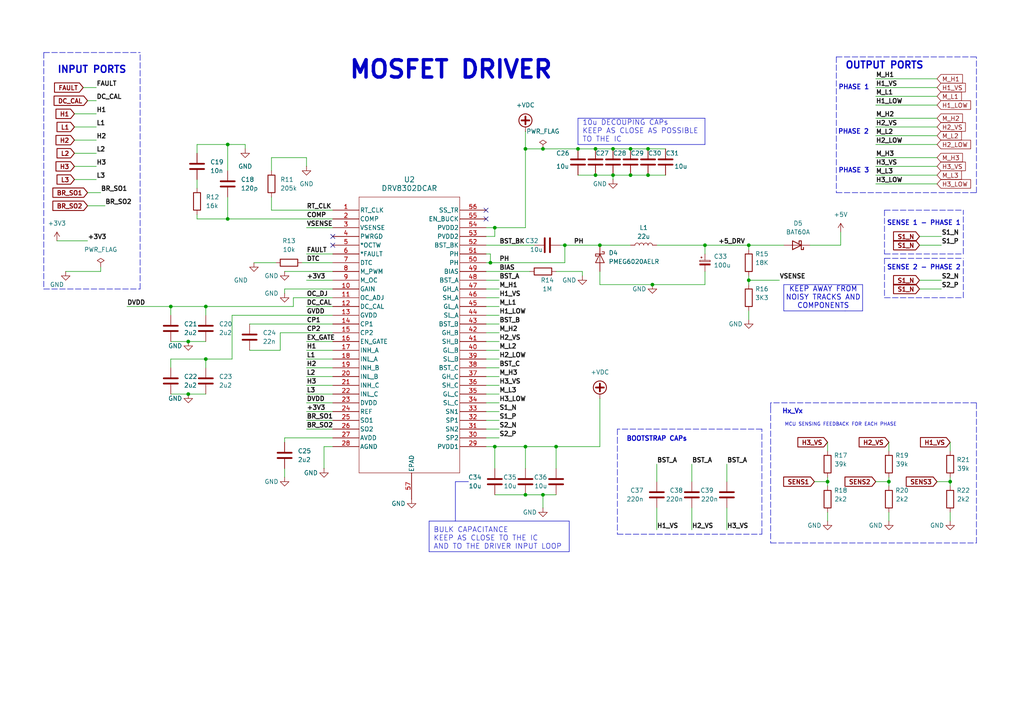
<source format=kicad_sch>
(kicad_sch (version 20231120) (generator "eeschema") (generator_version "8.0")
  (paper "A4")
  (title_block (title "MOSFET DRIVER") (date "2025-01-30") (company "coVenture"))
  (lib_symbols
    (symbol "DRV8302:DRV8302DCAR" (pin_names (offset 0.254))
      (property "Reference" "U" (at 23.114 9.144 0))
      (property "Value" "DRV8302DCAR" (at 23.368 5.842 0))
      (symbol "DRV8302DCAR_0_1"
        (polyline (pts (xy 7.62 -76.2) (xy 36.83 -76.2)) (stroke (width 0.127)))
        (polyline (pts (xy 7.62 3.81) (xy 7.62 -76.2)) (stroke (width 0.127)))
        (polyline (pts (xy 36.83 -76.2) (xy 36.83 3.81)) (stroke (width 0.127)))
        (polyline (pts (xy 36.83 3.81) (xy 7.62 3.81)) (stroke (width 0.127)))
        (pin input line (at 0 0 0) (length 7.62) (name "RT_CLK") (number "1"))
        (pin output line (at 0 -22.86 0) (length 7.62) (name "GAIN") (number "10"))
        (pin input line (at 0 -25.4 0) (length 7.62) (name "OC_ADJ") (number "11"))
        (pin input line (at 0 -27.94 0) (length 7.62) (name "DC_CAL") (number "12"))
        (pin power_in line (at 0 -30.48 0) (length 7.62) (name "GVDD") (number "13"))
        (pin power_in line (at 0 -33.02 0) (length 7.62) (name "CP1") (number "14"))
        (pin power_in line (at 0 -35.56 0) (length 7.62) (name "CP2") (number "15"))
        (pin input line (at 0 -38.1 0) (length 7.62) (name "EN_GATE") (number "16"))
        (pin input line (at 0 -40.64 0) (length 7.62) (name "INH_A") (number "17"))
        (pin input line (at 0 -43.18 0) (length 7.62) (name "INL_A") (number "18"))
        (pin input line (at 0 -45.72 0) (length 7.62) (name "INH_B") (number "19"))
        (pin output line (at 0 -2.54 0) (length 7.62) (name "COMP") (number "2"))
        (pin input line (at 0 -48.26 0) (length 7.62) (name "INL_B") (number "20"))
        (pin input line (at 0 -50.8 0) (length 7.62) (name "INH_C") (number "21"))
        (pin input line (at 0 -53.34 0) (length 7.62) (name "INL_C") (number "22"))
        (pin power_in line (at 0 -55.88 0) (length 7.62) (name "DVDD") (number "23"))
        (pin input line (at 0 -58.42 0) (length 7.62) (name "REF") (number "24"))
        (pin output line (at 0 -60.96 0) (length 7.62) (name "SO1") (number "25"))
        (pin output line (at 0 -63.5 0) (length 7.62) (name "SO2") (number "26"))
        (pin power_in line (at 0 -66.04 0) (length 7.62) (name "AVDD") (number "27"))
        (pin power_in line (at 0 -68.58 0) (length 7.62) (name "AGND") (number "28"))
        (pin power_in line (at 44.45 -68.58 180) (length 7.62) (name "PVDD1") (number "29"))
        (pin input line (at 0 -5.08 0) (length 7.62) (name "VSENSE") (number "3"))
        (pin input line (at 44.45 -66.04 180) (length 7.62) (name "SP2") (number "30"))
        (pin input line (at 44.45 -63.5 180) (length 7.62) (name "SN2") (number "31"))
        (pin input line (at 44.45 -60.96 180) (length 7.62) (name "SP1") (number "32"))
        (pin input line (at 44.45 -58.42 180) (length 7.62) (name "SN1") (number "33"))
        (pin input line (at 44.45 -55.88 180) (length 7.62) (name "SL_C") (number "34"))
        (pin output line (at 44.45 -53.34 180) (length 7.62) (name "GL_C") (number "35"))
        (pin input line (at 44.45 -50.8 180) (length 7.62) (name "SH_C") (number "36"))
        (pin output line (at 44.45 -48.26 180) (length 7.62) (name "GH_C") (number "37"))
        (pin power_in line (at 44.45 -45.72 180) (length 7.62) (name "BST_C") (number "38"))
        (pin input line (at 44.45 -43.18 180) (length 7.62) (name "SL_B") (number "39"))
        (pin input line (at 0 -7.62 0) (length 7.62) (name "PWRGD") (number "4"))
        (pin output line (at 44.45 -40.64 180) (length 7.62) (name "GL_B") (number "40"))
        (pin input line (at 44.45 -38.1 180) (length 7.62) (name "SH_B") (number "41"))
        (pin output line (at 44.45 -35.56 180) (length 7.62) (name "GH_B") (number "42"))
        (pin power_in line (at 44.45 -33.02 180) (length 7.62) (name "BST_B") (number "43"))
        (pin input line (at 44.45 -30.48 180) (length 7.62) (name "SL_A") (number "44"))
        (pin output line (at 44.45 -27.94 180) (length 7.62) (name "GL_A") (number "45"))
        (pin input line (at 44.45 -25.4 180) (length 7.62) (name "SH_A") (number "46"))
        (pin output line (at 44.45 -22.86 180) (length 7.62) (name "GH_A") (number "47"))
        (pin power_in line (at 44.45 -20.32 180) (length 7.62) (name "BST_A") (number "48"))
        (pin input line (at 44.45 -17.78 180) (length 7.62) (name "BIAS") (number "49"))
        (pin output line (at 0 -10.16 0) (length 7.62) (name "*OCTW") (number "5"))
        (pin output line (at 44.45 -15.24 180) (length 7.62) (name "PH") (number "50"))
        (pin output line (at 44.45 -12.7 180) (length 7.62) (name "PH") (number "51"))
        (pin power_in line (at 44.45 -10.16 180) (length 7.62) (name "BST_BK") (number "52"))
        (pin power_in line (at 44.45 -7.62 180) (length 7.62) (name "PVDD2") (number "53"))
        (pin power_in line (at 44.45 -5.08 180) (length 7.62) (name "PVDD2") (number "54"))
        (pin input line (at 44.45 -2.54 180) (length 7.62) (name "EN_BUCK") (number "55"))
        (pin input line (at 44.45 0 180) (length 7.62) (name "SS_TR") (number "56"))
        (pin unspecified line (at 22.86 -83.82 90) (length 7.62) (name "EPAD") (number "57"))
        (pin output line (at 0 -12.7 0) (length 7.62) (name "*FAULT") (number "6"))
        (pin input line (at 0 -15.24 0) (length 7.62) (name "DTC") (number "7"))
        (pin input line (at 0 -17.78 0) (length 7.62) (name "M_PWM") (number "8"))
        (pin input line (at 0 -20.32 0) (length 7.62) (name "M_OC") (number "9"))
      )
    )
    (symbol "Device:C" (pin_numbers hide) (pin_names (offset 0.254))
      (property "Reference" "C" (at 0.635 2.54 0))
      (property "Value" "C" (at 0.635 -2.54 0))
      (symbol "C_0_1"
        (polyline (pts (xy -2.032 -0.762) (xy 2.032 -0.762)) (stroke (width 0.508)))
        (polyline (pts (xy -2.032 0.762) (xy 2.032 0.762)) (stroke (width 0.508)))
      )
      (symbol "C_1_1"
        (pin passive line (at 0 3.81 270) (length 2.794) (name "~") (number "1"))
        (pin passive line (at 0 -3.81 90) (length 2.794) (name "~") (number "2"))
      )
    )
    (symbol "Device:C_Polarized_Small" (pin_numbers hide) (pin_names (offset 0.254) hide)
      (property "Reference" "C" (at 0.254 1.778 0))
      (property "Value" "C_Polarized_Small" (at 0.254 -2.032 0))
      (symbol "C_Polarized_Small_0_1"
        (rectangle (start -1.524 -0.3048) (end 1.524 -0.6858) (fill (type outline)))
        (rectangle (start -1.524 0.6858) (end 1.524 0.3048))
        (polyline (pts (xy -1.27 1.524) (xy -0.762 1.524)))
        (polyline (pts (xy -1.016 1.27) (xy -1.016 1.778)))
      )
      (symbol "C_Polarized_Small_1_1"
        (pin passive line (at 0 2.54 270) (length 1.8542) (name "~") (number "1"))
        (pin passive line (at 0 -2.54 90) (length 1.8542) (name "~") (number "2"))
      )
    )
    (symbol "Device:L" (pin_numbers hide) (pin_names (offset 1.016) hide)
      (property "Reference" "L" (at -1.27 0 90))
      (property "Value" "L" (at 1.905 0 90))
      (symbol "L_0_1"
        (arc (start 0 -2.54) (mid 0.6323 -1.905) (end 0 -1.27))
        (arc (start 0 -1.27) (mid 0.6323 -0.635) (end 0 0))
        (arc (start 0 0) (mid 0.6323 0.635) (end 0 1.27))
        (arc (start 0 1.27) (mid 0.6323 1.905) (end 0 2.54))
      )
      (symbol "L_1_1"
        (pin passive line (at 0 3.81 270) (length 1.27) (name "1") (number "1"))
        (pin passive line (at 0 -3.81 90) (length 1.27) (name "2") (number "2"))
      )
    )
    (symbol "Device:R" (pin_numbers hide) (pin_names (offset 0))
      (property "Reference" "R" (at 2.032 0 90))
      (property "Value" "R" (at 0 0 90))
      (symbol "R_0_1"
        (rectangle (start -1.016 -2.54) (end 1.016 2.54) (stroke (width 0.254)))
      )
      (symbol "R_1_1"
        (pin passive line (at 0 3.81 270) (length 1.27) (name "~") (number "1"))
        (pin passive line (at 0 -3.81 90) (length 1.27) (name "~") (number "2"))
      )
    )
    (symbol "Diode:BAT60A" (pin_numbers hide) (pin_names (offset 1.016) hide)
      (property "Reference" "D" (at 0 2.54 0))
      (property "Value" "BAT60A" (at 0 -2.54 0))
      (symbol "BAT60A_0_1"
        (polyline (pts (xy 1.27 0) (xy -1.27 0)))
        (polyline (pts (xy 1.27 1.27) (xy 1.27 -1.27) (xy -1.27 0) (xy 1.27 1.27)) (stroke (width 0.254)))
        (polyline (pts (xy -1.905 0.635) (xy -1.905 1.27) (xy -1.27 1.27) (xy -1.27 -1.27) (xy -0.635 -1.27) (xy -0.635 -0.635)) (stroke (width 0.254)))
      )
      (symbol "BAT60A_1_1"
        (pin passive line (at -3.81 0 0) (length 2.54) (name "K") (number "1"))
        (pin passive line (at 3.81 0 180) (length 2.54) (name "A") (number "2"))
      )
    )
    (symbol "Diode:PMEG6020AELR" (pin_numbers hide) (pin_names hide)
      (property "Reference" "D" (at 0 2.54 0))
      (property "Value" "PMEG6020AELR" (at 0 -2.54 0))
      (symbol "PMEG6020AELR_0_1"
        (polyline (pts (xy 1.27 0) (xy -1.27 0)))
        (polyline (pts (xy 1.27 1.27) (xy 1.27 -1.27) (xy -1.27 0) (xy 1.27 1.27)) (stroke (width 0.2032)))
        (polyline (pts (xy -1.905 0.635) (xy -1.905 1.27) (xy -1.27 1.27) (xy -1.27 -1.27) (xy -0.635 -1.27) (xy -0.635 -0.635)) (stroke (width 0.2032)))
      )
      (symbol "PMEG6020AELR_1_1"
        (pin passive line (at -3.81 0 0) (length 2.54) (name "K") (number "1"))
        (pin passive line (at 3.81 0 180) (length 2.54) (name "A") (number "2"))
      )
    )
    (symbol "power:+3V3" (power) (pin_numbers hide) (pin_names (offset 0) hide)
      (property "Value" "+3V3" (at 0 3.556 0))
      (symbol "+3V3_0_1"
        (polyline (pts (xy -0.762 1.27) (xy 0 2.54)))
        (polyline (pts (xy 0 0) (xy 0 2.54)))
        (polyline (pts (xy 0 2.54) (xy 0.762 1.27)))
      )
      (symbol "+3V3_1_1"
        (pin power_in line (at 0 0 90) (length 0) (name "~") (number "1"))
      )
    )
    (symbol "power:+5V" (power) (pin_numbers hide) (pin_names (offset 0) hide)
      (property "Value" "+5V" (at 0 3.556 0))
      (symbol "+5V_0_1"
        (polyline (pts (xy -0.762 1.27) (xy 0 2.54)))
        (polyline (pts (xy 0 0) (xy 0 2.54)))
        (polyline (pts (xy 0 2.54) (xy 0.762 1.27)))
      )
      (symbol "+5V_1_1"
        (pin power_in line (at 0 0 90) (length 0) (name "~") (number "1"))
      )
    )
    (symbol "power:+VDC" (power) (pin_numbers hide) (pin_names (offset 0) hide)
      (property "Value" "+VDC" (at 0 6.35 0))
      (symbol "+VDC_0_1"
        (polyline (pts (xy -1.143 3.175) (xy 1.143 3.175)) (stroke (width 0.508)))
        (polyline (pts (xy 0 0) (xy 0 1.27)))
        (polyline (pts (xy 0 2.032) (xy 0 4.318)) (stroke (width 0.508)))
        (circle (center 0 3.175) (radius 1.905) (stroke (width 0.254)))
      )
      (symbol "+VDC_1_1"
        (pin power_in line (at 0 0 90) (length 0) (name "~") (number "1"))
      )
    )
    (symbol "power:GND" (power) (pin_numbers hide) (pin_names (offset 0) hide)
      (property "Value" "GND" (at 0 -3.81 0))
      (symbol "GND_0_1"
        (polyline (pts (xy 0 0) (xy 0 -1.27) (xy 1.27 -1.27) (xy 0 -2.54) (xy -1.27 -1.27) (xy 0 -1.27)))
      )
      (symbol "GND_1_1"
        (pin power_in line (at 0 0 270) (length 0) (name "~") (number "1"))
      )
    )
    (symbol "power:PWR_FLAG" (power) (pin_numbers hide) (pin_names (offset 0) hide)
      (property "Value" "PWR_FLAG" (at 0 3.81 0))
      (symbol "PWR_FLAG_0_0"
        (pin power_out line (at 0 0 90) (length 0) (name "~") (number "1"))
      )
      (symbol "PWR_FLAG_0_1"
        (polyline (pts (xy 0 0) (xy 0 1.27) (xy -1.016 1.905) (xy 0 2.54) (xy 1.016 1.905) (xy 0 1.27)))
      )
    )
  )
  (junction (at 204.47 71.12))
  (junction (at 187.96 43.18))
  (junction (at 217.17 81.28))
  (junction (at 152.4 143.51))
  (junction (at 66.04 63.5))
  (junction (at 157.48 43.18))
  (junction (at 161.29 129.54))
  (junction (at 142.24 76.2))
  (junction (at 189.23 82.55))
  (junction (at 187.96 50.8))
  (junction (at 54.61 99.06))
  (junction (at 143.51 129.54))
  (junction (at 157.48 143.51))
  (junction (at 177.8 43.18))
  (junction (at 59.69 88.9))
  (junction (at 182.88 43.18))
  (junction (at 172.72 50.8))
  (junction (at 217.17 71.12))
  (junction (at 167.64 43.18))
  (junction (at 59.69 104.14))
  (junction (at 152.4 129.54))
  (junction (at 152.4 43.18))
  (junction (at 275.59 139.7))
  (junction (at 257.81 139.7))
  (junction (at 182.88 50.8))
  (junction (at 173.99 71.12))
  (junction (at 54.61 114.3))
  (junction (at 163.83 71.12))
  (junction (at 177.8 50.8))
  (junction (at 143.51 66.04))
  (junction (at 66.04 41.91))
  (junction (at 49.53 88.9))
  (junction (at 172.72 43.18))
  (junction (at 240.03 139.7))
  (no_connect (at 96.52 68.58))
  (no_connect (at 96.52 71.12))
  (no_connect (at 140.97 60.96))
  (no_connect (at 140.97 63.5))
  (wire (pts (xy 140.97 81.28) (xy 144.78 81.28)))
  (wire (pts (xy 254 22.86) (xy 271.78 22.86)))
  (wire (pts (xy 96.52 91.44) (xy 67.31 91.44)))
  (wire (pts (xy 217.17 71.12) (xy 204.47 71.12)))
  (wire (pts (xy 88.9 124.46) (xy 96.52 124.46)))
  (wire (pts (xy 82.55 128.27) (xy 82.55 127)))
  (polyline (pts (xy 279.4 73.66) (xy 279.4 60.96)) (stroke (width 0) (type dash)))
  (wire (pts (xy 240.03 139.7) (xy 240.03 140.97)))
  (wire (pts (xy 254 34.29) (xy 271.78 34.29)))
  (polyline (pts (xy 245.11 90.17) (xy 250.19 90.17)))
  (wire (pts (xy 88.9 66.04) (xy 96.52 66.04)))
  (wire (pts (xy 157.48 143.51) (xy 161.29 143.51)))
  (wire (pts (xy 81.28 101.6) (xy 81.28 96.52)))
  (wire (pts (xy 21.59 40.64) (xy 27.94 40.64)))
  (wire (pts (xy 243.84 71.12) (xy 234.95 71.12)))
  (polyline (pts (xy 242.57 16.51) (xy 242.57 55.88)) (stroke (width 0) (type dash)))
  (polyline (pts (xy 132.08 139.7) (xy 135.89 139.7)))
  (wire (pts (xy 19.05 78.74) (xy 29.21 78.74)))
  (wire (pts (xy 162.56 71.12) (xy 163.83 71.12)))
  (wire (pts (xy 82.55 83.82) (xy 96.52 83.82)))
  (wire (pts (xy 71.12 43.18) (xy 71.12 41.91)))
  (wire (pts (xy 16.51 69.85) (xy 25.4 69.85)))
  (wire (pts (xy 163.83 71.12) (xy 173.99 71.12)))
  (wire (pts (xy 142.24 76.2) (xy 142.24 73.66)))
  (wire (pts (xy 66.04 57.15) (xy 66.04 63.5)))
  (wire (pts (xy 143.51 143.51) (xy 152.4 143.51)))
  (wire (pts (xy 266.7 83.82) (xy 273.05 83.82)))
  (wire (pts (xy 85.09 86.36) (xy 85.09 88.9)))
  (wire (pts (xy 275.59 139.7) (xy 275.59 140.97)))
  (polyline (pts (xy 256.54 74.93) (xy 279.4 74.93)) (stroke (width 0) (type dash)))
  (polyline (pts (xy 283.21 55.88) (xy 283.21 16.51)) (stroke (width 0) (type dash)))
  (polyline (pts (xy 245.11 90.17) (xy 227.33 90.17)))
  (wire (pts (xy 140.97 129.54) (xy 143.51 129.54)))
  (wire (pts (xy 172.72 50.8) (xy 177.8 50.8)))
  (wire (pts (xy 266.7 71.12) (xy 273.05 71.12)))
  (wire (pts (xy 177.8 50.8) (xy 182.88 50.8)))
  (wire (pts (xy 142.24 76.2) (xy 140.97 76.2)))
  (wire (pts (xy 157.48 143.51) (xy 157.48 147.32)))
  (wire (pts (xy 217.17 90.17) (xy 217.17 92.71)))
  (wire (pts (xy 88.9 104.14) (xy 96.52 104.14)))
  (wire (pts (xy 275.59 128.27) (xy 275.59 130.81)))
  (wire (pts (xy 182.88 50.8) (xy 187.96 50.8)))
  (wire (pts (xy 152.4 43.18) (xy 157.48 43.18)))
  (polyline (pts (xy 124.46 160.02) (xy 165.1 160.02)))
  (wire (pts (xy 140.97 116.84) (xy 144.78 116.84)))
  (polyline (pts (xy 179.07 127) (xy 179.07 154.94)) (stroke (width 0) (type dash)))
  (wire (pts (xy 167.64 43.18) (xy 172.72 43.18)))
  (wire (pts (xy 190.5 147.32) (xy 190.5 153.67)))
  (wire (pts (xy 140.97 106.68) (xy 144.78 106.68)))
  (wire (pts (xy 93.98 135.89) (xy 93.98 129.54)))
  (wire (pts (xy 49.53 114.3) (xy 54.61 114.3)))
  (wire (pts (xy 49.53 99.06) (xy 54.61 99.06)))
  (wire (pts (xy 152.4 43.18) (xy 152.4 66.04)))
  (wire (pts (xy 177.8 50.8) (xy 177.8 52.07)))
  (polyline (pts (xy 242.57 16.51) (xy 283.21 16.51)) (stroke (width 0) (type dash)))
  (wire (pts (xy 217.17 71.12) (xy 227.33 71.12)))
  (wire (pts (xy 187.96 43.18) (xy 193.04 43.18)))
  (wire (pts (xy 254 139.7) (xy 257.81 139.7)))
  (wire (pts (xy 161.29 129.54) (xy 173.99 129.54)))
  (wire (pts (xy 88.9 121.92) (xy 96.52 121.92)))
  (wire (pts (xy 36.83 88.9) (xy 49.53 88.9)))
  (wire (pts (xy 152.4 38.1) (xy 152.4 43.18)))
  (wire (pts (xy 143.51 129.54) (xy 152.4 129.54)))
  (wire (pts (xy 257.81 148.59) (xy 257.81 151.13)))
  (wire (pts (xy 254 39.37) (xy 271.78 39.37)))
  (wire (pts (xy 88.9 111.76) (xy 96.52 111.76)))
  (wire (pts (xy 140.97 71.12) (xy 154.94 71.12)))
  (wire (pts (xy 140.97 119.38) (xy 144.78 119.38)))
  (polyline (pts (xy 12.7 83.82) (xy 40.64 83.82)) (stroke (width 0) (type dash)))
  (polyline (pts (xy 256.54 74.93) (xy 256.54 86.36)) (stroke (width 0) (type dash)))
  (wire (pts (xy 254 27.94) (xy 271.78 27.94)))
  (polyline (pts (xy 227.33 90.17) (xy 227.33 82.55)))
  (wire (pts (xy 88.9 88.9) (xy 96.52 88.9)))
  (wire (pts (xy 67.31 104.14) (xy 59.69 104.14)))
  (polyline (pts (xy 279.4 86.36) (xy 279.4 74.93)) (stroke (width 0) (type dash)))
  (wire (pts (xy 254 41.91) (xy 271.78 41.91)))
  (wire (pts (xy 254 36.83) (xy 271.78 36.83)))
  (wire (pts (xy 173.99 78.74) (xy 173.99 82.55)))
  (wire (pts (xy 140.97 109.22) (xy 144.78 109.22)))
  (wire (pts (xy 88.9 116.84) (xy 96.52 116.84)))
  (polyline (pts (xy 256.54 60.96) (xy 279.4 60.96)) (stroke (width 0) (type dash)))
  (wire (pts (xy 57.15 63.5) (xy 57.15 62.23)))
  (wire (pts (xy 152.4 129.54) (xy 161.29 129.54)))
  (wire (pts (xy 143.51 66.04) (xy 140.97 66.04)))
  (wire (pts (xy 217.17 81.28) (xy 226.06 81.28)))
  (wire (pts (xy 25.4 55.88) (xy 29.21 55.88)))
  (wire (pts (xy 88.9 48.26) (xy 88.9 45.72)))
  (wire (pts (xy 71.12 41.91) (xy 66.04 41.91)))
  (wire (pts (xy 189.23 82.55) (xy 204.47 82.55)))
  (polyline (pts (xy 256.54 60.96) (xy 256.54 73.66)) (stroke (width 0) (type dash)))
  (wire (pts (xy 29.21 78.74) (xy 29.21 77.47)))
  (wire (pts (xy 88.9 45.72) (xy 78.74 45.72)))
  (wire (pts (xy 140.97 127) (xy 144.78 127)))
  (polyline (pts (xy 227.33 82.55) (xy 250.19 82.55)))
  (polyline (pts (xy 167.64 34.29) (xy 167.64 41.91)))
  (wire (pts (xy 254 53.34) (xy 271.78 53.34)))
  (wire (pts (xy 21.59 44.45) (xy 27.94 44.45)))
  (polyline (pts (xy 283.21 116.84) (xy 223.52 116.84)) (stroke (width 0) (type dash)))
  (wire (pts (xy 254 48.26) (xy 271.78 48.26)))
  (polyline (pts (xy 242.57 55.88) (xy 283.21 55.88)) (stroke (width 0) (type dash)))
  (wire (pts (xy 54.61 114.3) (xy 59.69 114.3)))
  (wire (pts (xy 168.91 78.74) (xy 161.29 78.74)))
  (wire (pts (xy 257.81 128.27) (xy 257.81 130.81)))
  (wire (pts (xy 204.47 71.12) (xy 190.5 71.12)))
  (wire (pts (xy 254 50.8) (xy 271.78 50.8)))
  (wire (pts (xy 140.97 111.76) (xy 144.78 111.76)))
  (polyline (pts (xy 165.1 160.02) (xy 165.1 151.13)))
  (wire (pts (xy 240.03 148.59) (xy 240.03 151.13)))
  (polyline (pts (xy 132.08 151.13) (xy 132.08 139.7)))
  (wire (pts (xy 140.97 78.74) (xy 153.67 78.74)))
  (wire (pts (xy 87.63 76.2) (xy 96.52 76.2)))
  (wire (pts (xy 88.9 109.22) (xy 96.52 109.22)))
  (polyline (pts (xy 223.52 116.84) (xy 223.52 118.11)) (stroke (width 0) (type dash)))
  (polyline (pts (xy 220.98 124.46) (xy 179.07 124.46)) (stroke (width 0) (type dash)))
  (wire (pts (xy 240.03 128.27) (xy 240.03 130.81)))
  (wire (pts (xy 140.97 99.06) (xy 144.78 99.06)))
  (wire (pts (xy 140.97 114.3) (xy 144.78 114.3)))
  (wire (pts (xy 57.15 52.07) (xy 57.15 54.61)))
  (wire (pts (xy 140.97 68.58) (xy 143.51 68.58)))
  (polyline (pts (xy 12.7 15.24) (xy 12.7 83.82)) (stroke (width 0) (type dash)))
  (wire (pts (xy 243.84 67.31) (xy 243.84 71.12)))
  (wire (pts (xy 49.53 88.9) (xy 59.69 88.9)))
  (wire (pts (xy 21.59 36.83) (xy 27.94 36.83)))
  (wire (pts (xy 236.22 139.7) (xy 240.03 139.7)))
  (wire (pts (xy 96.52 86.36) (xy 85.09 86.36)))
  (wire (pts (xy 143.51 135.89) (xy 143.51 129.54)))
  (polyline (pts (xy 220.98 154.94) (xy 220.98 124.46)) (stroke (width 0) (type dash)))
  (polyline (pts (xy 179.07 154.94) (xy 220.98 154.94)) (stroke (width 0) (type dash)))
  (wire (pts (xy 161.29 129.54) (xy 161.29 135.89)))
  (wire (pts (xy 140.97 121.92) (xy 144.78 121.92)))
  (wire (pts (xy 187.96 50.8) (xy 193.04 50.8)))
  (wire (pts (xy 88.9 73.66) (xy 96.52 73.66)))
  (wire (pts (xy 168.91 80.01) (xy 168.91 78.74)))
  (wire (pts (xy 152.4 66.04) (xy 143.51 66.04)))
  (wire (pts (xy 82.55 127) (xy 96.52 127)))
  (wire (pts (xy 167.64 50.8) (xy 172.72 50.8)))
  (polyline (pts (xy 223.52 157.48) (xy 283.21 157.48)) (stroke (width 0) (type dash)))
  (wire (pts (xy 81.28 96.52) (xy 96.52 96.52)))
  (polyline (pts (xy 12.7 15.24) (xy 40.64 15.24)) (stroke (width 0) (type dash)))
  (wire (pts (xy 82.55 78.74) (xy 96.52 78.74)))
  (polyline (pts (xy 167.64 41.91) (xy 204.47 41.91)))
  (wire (pts (xy 275.59 138.43) (xy 275.59 139.7)))
  (wire (pts (xy 200.66 134.62) (xy 200.66 139.7)))
  (polyline (pts (xy 223.52 118.11) (xy 223.52 157.48)) (stroke (width 0) (type dash)))
  (wire (pts (xy 173.99 115.57) (xy 173.99 129.54)))
  (wire (pts (xy 182.88 71.12) (xy 173.99 71.12)))
  (wire (pts (xy 88.9 81.28) (xy 96.52 81.28)))
  (wire (pts (xy 57.15 44.45) (xy 57.15 41.91)))
  (polyline (pts (xy 40.64 83.82) (xy 40.64 15.24)) (stroke (width 0) (type dash)))
  (polyline (pts (xy 124.46 151.13) (xy 124.46 160.02)))
  (wire (pts (xy 140.97 96.52) (xy 144.78 96.52)))
  (wire (pts (xy 163.83 71.12) (xy 163.83 76.2)))
  (wire (pts (xy 88.9 101.6) (xy 96.52 101.6)))
  (wire (pts (xy 173.99 82.55) (xy 189.23 82.55)))
  (wire (pts (xy 73.66 76.2) (xy 80.01 76.2)))
  (polyline (pts (xy 124.46 151.13) (xy 165.1 151.13)))
  (wire (pts (xy 210.82 134.62) (xy 210.82 139.7)))
  (wire (pts (xy 254 45.72) (xy 271.78 45.72)))
  (wire (pts (xy 140.97 124.46) (xy 144.78 124.46)))
  (wire (pts (xy 217.17 72.39) (xy 217.17 71.12)))
  (wire (pts (xy 88.9 114.3) (xy 96.52 114.3)))
  (wire (pts (xy 204.47 73.66) (xy 204.47 71.12)))
  (wire (pts (xy 67.31 91.44) (xy 67.31 104.14)))
  (wire (pts (xy 143.51 68.58) (xy 143.51 66.04)))
  (wire (pts (xy 257.81 139.7) (xy 257.81 140.97)))
  (wire (pts (xy 142.24 76.2) (xy 163.83 76.2)))
  (wire (pts (xy 210.82 147.32) (xy 210.82 153.67)))
  (wire (pts (xy 157.48 43.18) (xy 167.64 43.18)))
  (wire (pts (xy 140.97 83.82) (xy 144.78 83.82)))
  (polyline (pts (xy 179.07 124.46) (xy 179.07 127)) (stroke (width 0) (type dash)))
  (wire (pts (xy 59.69 88.9) (xy 59.69 91.44)))
  (wire (pts (xy 140.97 91.44) (xy 144.78 91.44)))
  (wire (pts (xy 172.72 43.18) (xy 177.8 43.18)))
  (wire (pts (xy 54.61 99.06) (xy 59.69 99.06)))
  (wire (pts (xy 49.53 106.68) (xy 49.53 104.14)))
  (wire (pts (xy 204.47 82.55) (xy 204.47 78.74)))
  (wire (pts (xy 142.24 73.66) (xy 140.97 73.66)))
  (wire (pts (xy 266.7 68.58) (xy 273.05 68.58)))
  (wire (pts (xy 182.88 43.18) (xy 187.96 43.18)))
  (wire (pts (xy 78.74 60.96) (xy 96.52 60.96)))
  (wire (pts (xy 190.5 134.62) (xy 190.5 139.7)))
  (wire (pts (xy 217.17 81.28) (xy 217.17 82.55)))
  (wire (pts (xy 88.9 106.68) (xy 96.52 106.68)))
  (wire (pts (xy 152.4 129.54) (xy 152.4 135.89)))
  (wire (pts (xy 66.04 63.5) (xy 96.52 63.5)))
  (wire (pts (xy 257.81 138.43) (xy 257.81 139.7)))
  (wire (pts (xy 21.59 48.26) (xy 27.94 48.26)))
  (wire (pts (xy 85.09 88.9) (xy 59.69 88.9)))
  (wire (pts (xy 24.13 25.4) (xy 27.94 25.4)))
  (wire (pts (xy 72.39 101.6) (xy 81.28 101.6)))
  (wire (pts (xy 72.39 93.98) (xy 96.52 93.98)))
  (wire (pts (xy 152.4 143.51) (xy 157.48 143.51)))
  (polyline (pts (xy 250.19 82.55) (xy 250.19 90.17)))
  (wire (pts (xy 93.98 129.54) (xy 96.52 129.54)))
  (wire (pts (xy 25.4 59.69) (xy 30.48 59.69)))
  (wire (pts (xy 25.4 29.21) (xy 27.94 29.21)))
  (wire (pts (xy 217.17 80.01) (xy 217.17 81.28)))
  (wire (pts (xy 140.97 104.14) (xy 144.78 104.14)))
  (wire (pts (xy 140.97 101.6) (xy 144.78 101.6)))
  (wire (pts (xy 140.97 86.36) (xy 144.78 86.36)))
  (wire (pts (xy 254 30.48) (xy 271.78 30.48)))
  (wire (pts (xy 49.53 104.14) (xy 59.69 104.14)))
  (wire (pts (xy 82.55 135.89) (xy 82.55 138.43)))
  (wire (pts (xy 177.8 43.18) (xy 182.88 43.18)))
  (wire (pts (xy 59.69 104.14) (xy 59.69 106.68)))
  (wire (pts (xy 66.04 41.91) (xy 66.04 49.53)))
  (wire (pts (xy 88.9 119.38) (xy 96.52 119.38)))
  (wire (pts (xy 66.04 63.5) (xy 57.15 63.5)))
  (polyline (pts (xy 204.47 41.91) (xy 204.47 34.29)))
  (wire (pts (xy 271.78 139.7) (xy 275.59 139.7)))
  (polyline (pts (xy 256.54 86.36) (xy 279.4 86.36)) (stroke (width 0) (type dash)))
  (wire (pts (xy 78.74 57.15) (xy 78.74 60.96)))
  (wire (pts (xy 88.9 99.06) (xy 96.52 99.06)))
  (polyline (pts (xy 167.64 34.29) (xy 204.47 34.29)))
  (wire (pts (xy 57.15 41.91) (xy 66.04 41.91)))
  (wire (pts (xy 82.55 85.09) (xy 82.55 83.82)))
  (wire (pts (xy 21.59 33.02) (xy 27.94 33.02)))
  (polyline (pts (xy 256.54 73.66) (xy 279.4 73.66)) (stroke (width 0) (type dash)))
  (wire (pts (xy 200.66 147.32) (xy 200.66 153.67)))
  (wire (pts (xy 140.97 93.98) (xy 144.78 93.98)))
  (wire (pts (xy 240.03 138.43) (xy 240.03 139.7)))
  (wire (pts (xy 21.59 52.07) (xy 27.94 52.07)))
  (wire (pts (xy 266.7 81.28) (xy 273.05 81.28)))
  (polyline (pts (xy 283.21 157.48) (xy 283.21 116.84)) (stroke (width 0) (type dash)))
  (wire (pts (xy 49.53 91.44) (xy 49.53 88.9)))
  (wire (pts (xy 275.59 148.59) (xy 275.59 151.13)))
  (wire (pts (xy 140.97 88.9) (xy 144.78 88.9)))
  (wire (pts (xy 78.74 45.72) (xy 78.74 49.53)))
  (wire (pts (xy 254 25.4) (xy 271.78 25.4)))
  (text "BOOTSTRAP CAPs\n\n\n" (at 190.5 129.54 0) (effects (font (size 1.35 1.35) (thickness 0.27) (bold yes))))
  (text "BULK CAPACITANCE\nKEEP AS CLOSE TO THE IC\nAND TO THE DRIVER INPUT LOOP\n" (at 125.73 156.21 0) (effects (font (size 1.5 1.5) (thickness 0.125)) (justify left)))
  (text "PHASE 2\n" (at 247.5523 38.2953 0) (effects (font (size 1.35 1.35) (thickness 0.254) (bold yes))))
  (text "OUTPUT PORTS" (at 256.54 19.05 0) (effects (font (size 2 2) (thickness 0.4) (bold yes))))
  (text "PHASE 1\n" (at 247.65 25.4 0) (effects (font (size 1.35 1.35) (thickness 0.254) (bold yes))))
  (text "10u DECOUPING CAPs\nKEEP AS CLOSE AS POSSIBLE \nTO THE IC\n" (at 168.91 38.1 0) (effects (font (size 1.5 1.5) (thickness 0.125)) (justify left)))
  (text "PHASE 3\n" (at 247.65 49.53 0) (effects (font (size 1.35 1.35) (thickness 0.254) (bold yes))))
  (text "SENSE 1 - PHASE 1\n" (at 267.97 64.77 0) (effects (font (size 1.35 1.35) (thickness 0.254) (bold yes))))
  (text "KEEP AWAY FROM\nNOISY TRACKS AND\nCOMPONENTS" (at 238.76 86.36 0) (effects (font (size 1.5 1.5) (thickness 0.1875))))
  (text "MOSFET DRIVER" (at 130.81 20.32 0) (effects (font (size 5 5) (thickness 1) (bold yes))))
  (text "Hx_Vx\n" (at 229.87 119.38 0) (effects (font (size 1.35 1.35) (thickness 0.27) (bold yes))))
  (text "SENSE 2 - PHASE 2\n\n" (at 267.97 78.74 0) (effects (font (size 1.35 1.35) (thickness 0.254) (bold yes))))
  (text "INPUT PORTS" (at 26.67 20.32 0) (effects (font (size 2 2) (thickness 0.4) (bold yes))))
  (text "MCU SENSING FEEDBACK FOR EACH PHASE\n" (at 243.84 123.19 0) (effects (font (size 1 1) (thickness 0.125))))
  (label "H1_VS" (at 144.78 86.36 0) (effects (font (size 1.3 1.3) (thickness 0.26) (bold yes))))
  (label "M_H3" (at 254 45.72 0) (effects (font (size 1.3 1.3) (thickness 0.26) (bold yes))))
  (label "H1_LOW" (at 254 30.48 0) (effects (font (size 1.3 1.3) (thickness 0.26) (bold yes))))
  (label "BST_A" (at 210.82 134.62 0) (effects (font (size 1.3 1.3) (thickness 0.26) (bold yes))))
  (label "+3V3" (at 25.4 69.85 0) (effects (font (size 1.3 1.3) (thickness 0.26) (bold yes))))
  (label "FAULT" (at 88.9 73.66 0) (effects (font (size 1.3 1.3) (thickness 0.26) (bold yes))))
  (label "M_H2" (at 254 34.29 0) (effects (font (size 1.3 1.3) (thickness 0.26) (bold yes))))
  (label "PH" (at 144.78 76.2 0) (effects (font (size 1.3 1.3) (thickness 0.26) (bold yes))))
  (label "L1" (at 27.94 36.83 0) (effects (font (size 1.3 1.3) (thickness 0.26) (bold yes))))
  (label "H3_VS" (at 210.82 153.67 0) (effects (font (size 1.3 1.3) (thickness 0.26) (bold yes))))
  (label "M_L1" (at 144.78 88.9 0) (effects (font (size 1.3 1.3) (thickness 0.26) (bold yes))))
  (label "H3_VS" (at 144.78 111.76 0) (effects (font (size 1.3 1.3) (thickness 0.26) (bold yes))))
  (label "M_H1" (at 254 22.86 0) (effects (font (size 1.3 1.3) (thickness 0.26) (bold yes))))
  (label "H2_LOW" (at 144.78 104.14 0) (effects (font (size 1.3 1.3) (thickness 0.26) (bold yes))))
  (label "H3_LOW" (at 254 53.34 0) (effects (font (size 1.3 1.3) (thickness 0.26) (bold yes))))
  (label "M_L2" (at 144.78 101.6 0) (effects (font (size 1.3 1.3) (thickness 0.26) (bold yes))))
  (label "L1" (at 88.9 104.14 0) (effects (font (size 1.3 1.3) (thickness 0.26) (bold yes))))
  (label "L3" (at 27.94 52.07 0) (effects (font (size 1.3 1.3) (thickness 0.26) (bold yes))))
  (label "S1_P" (at 144.78 121.92 0) (effects (font (size 1.3 1.3) (thickness 0.26) (bold yes))))
  (label "H2" (at 27.94 40.64 0) (effects (font (size 1.3 1.3) (thickness 0.26) (bold yes))))
  (label "H2_LOW" (at 254 41.91 0) (effects (font (size 1.3 1.3) (thickness 0.26) (bold yes))))
  (label "L2" (at 88.9 109.22 0) (effects (font (size 1.3 1.3) (thickness 0.26) (bold yes))))
  (label "BST_A" (at 190.5 134.62 0) (effects (font (size 1.3 1.3) (thickness 0.26) (bold yes))))
  (label "COMP" (at 88.9 63.5 0) (effects (font (size 1.3 1.3) (thickness 0.26) (bold yes))))
  (label "S2_N" (at 144.78 124.46 0) (effects (font (size 1.3 1.3) (thickness 0.26) (bold yes))))
  (label "H3" (at 27.94 48.26 0) (effects (font (size 1.3 1.3) (thickness 0.26) (bold yes))))
  (label "+3V3" (at 88.9 119.38 0) (effects (font (size 1.3 1.3) (thickness 0.26) (bold yes))))
  (label "BR_SO1" (at 29.21 55.88 0) (effects (font (size 1.3 1.3) (thickness 0.26) (bold yes))))
  (label "H2_VS" (at 254 36.83 0) (effects (font (size 1.3 1.3) (thickness 0.26) (bold yes))))
  (label "H2_VS" (at 144.78 99.06 0) (effects (font (size 1.3 1.3) (thickness 0.26) (bold yes))))
  (label "H1_VS" (at 254 25.4 0) (effects (font (size 1.3 1.3) (thickness 0.26) (bold yes))))
  (label "BR_SO2" (at 30.48 59.69 0) (effects (font (size 1.3 1.3) (thickness 0.26) (bold yes))))
  (label "RT_CLK" (at 88.9 60.96 0) (effects (font (size 1.3 1.3) (thickness 0.26) (bold yes))))
  (label "L2" (at 27.94 44.45 0) (effects (font (size 1.3 1.3) (thickness 0.26) (bold yes))))
  (label "S1_N" (at 144.78 119.38 0) (effects (font (size 1.3 1.3) (thickness 0.26) (bold yes))))
  (label "M_L3" (at 144.78 114.3 0) (effects (font (size 1.3 1.3) (thickness 0.26) (bold yes))))
  (label "M_H1" (at 144.78 83.82 0) (effects (font (size 1.3 1.3) (thickness 0.26) (bold yes))))
  (label "+5_DRV" (at 208.28 71.12 0) (effects (font (size 1.3 1.3) (thickness 0.26) (bold yes))))
  (label "DVDD" (at 36.83 88.9 0) (effects (font (size 1.3 1.3) (thickness 0.26) (bold yes))))
  (label "BST_B" (at 144.78 93.98 0) (effects (font (size 1.3 1.3) (thickness 0.26) (bold yes))))
  (label "BST_A" (at 200.66 134.62 0) (effects (font (size 1.3 1.3) (thickness 0.26) (bold yes))))
  (label "BST_C" (at 144.78 106.68 0) (effects (font (size 1.3 1.3) (thickness 0.26) (bold yes))))
  (label "S2_P" (at 273.05 83.82 0) (effects (font (size 1.3 1.3) (thickness 0.26) (bold yes))))
  (label "H2_VS" (at 200.66 153.67 0) (effects (font (size 1.3 1.3) (thickness 0.26) (bold yes))))
  (label "H1_VS" (at 190.5 153.67 0) (effects (font (size 1.3 1.3) (thickness 0.26) (bold yes))))
  (label "M_L3" (at 254 50.8 0) (effects (font (size 1.3 1.3) (thickness 0.26) (bold yes))))
  (label "H3" (at 88.9 111.76 0) (effects (font (size 1.3 1.3) (thickness 0.26) (bold yes))))
  (label "EX_GATE" (at 88.9 99.06 0) (effects (font (size 1.3 1.3) (thickness 0.26) (bold yes))))
  (label "CP1" (at 88.9 93.98 0) (effects (font (size 1.3 1.3) (thickness 0.26) (bold yes))))
  (label "BST_BK" (at 144.78 71.12 0) (effects (font (size 1.3 1.3) (thickness 0.26) (bold yes))))
  (label "PH" (at 166.37 71.12 0) (effects (font (size 1.3 1.3) (thickness 0.26) (bold yes))))
  (label "H3_LOW" (at 144.78 116.84 0) (effects (font (size 1.3 1.3) (thickness 0.26) (bold yes))))
  (label "M_L1" (at 254 27.94 0) (effects (font (size 1.3 1.3) (thickness 0.26) (bold yes))))
  (label "BR_SO2" (at 88.9 124.46 0) (effects (font (size 1.3 1.3) (thickness 0.26) (bold yes))))
  (label "OC_DJ" (at 88.9 86.36 0) (effects (font (size 1.3 1.3) (thickness 0.26) (bold yes))))
  (label "H1_LOW" (at 144.78 91.44 0) (effects (font (size 1.3 1.3) (thickness 0.26) (bold yes))))
  (label "M_H2" (at 144.78 96.52 0) (effects (font (size 1.3 1.3) (thickness 0.26) (bold yes))))
  (label "S2_P" (at 144.78 127 0) (effects (font (size 1.3 1.3) (thickness 0.26) (bold yes))))
  (label "M_L2" (at 254 39.37 0) (effects (font (size 1.3 1.3) (thickness 0.26) (bold yes))))
  (label "DVDD" (at 88.9 116.84 0) (effects (font (size 1.3 1.3) (thickness 0.26) (bold yes))))
  (label "S1_N" (at 273.05 68.58 0) (effects (font (size 1.3 1.3) (thickness 0.26) (bold yes))))
  (label "H1" (at 88.9 101.6 0) (effects (font (size 1.3 1.3) (thickness 0.26) (bold yes))))
  (label "H2" (at 88.9 106.68 0) (effects (font (size 1.3 1.3) (thickness 0.26) (bold yes))))
  (label "DTC" (at 88.9 76.2 0) (effects (font (size 1.3 1.3) (thickness 0.26) (bold yes))))
  (label "S1_P" (at 273.05 71.12 0) (effects (font (size 1.3 1.3) (thickness 0.26) (bold yes))))
  (label "FAULT" (at 27.94 25.4 0) (effects (font (size 1.3 1.3) (thickness 0.26) (bold yes))))
  (label "BIAS" (at 144.78 78.74 0) (effects (font (size 1.3 1.3) (thickness 0.26) (bold yes))))
  (label "DC_CAL" (at 88.9 88.9 0) (effects (font (size 1.3 1.3) (thickness 0.26) (bold yes))))
  (label "BST_A" (at 144.78 81.28 0) (effects (font (size 1.3 1.3) (thickness 0.26) (bold yes))))
  (label "+3V3" (at 88.9 81.28 0) (effects (font (size 1.3 1.3) (thickness 0.26) (bold yes))))
  (label "H1" (at 27.94 33.02 0) (effects (font (size 1.3 1.3) (thickness 0.26) (bold yes))))
  (label "L3" (at 88.9 114.3 0) (effects (font (size 1.3 1.3) (thickness 0.26) (bold yes))))
  (label "VSENSE" (at 226.06 81.28 0) (effects (font (size 1.3 1.3) (thickness 0.26) (bold yes))))
  (label "VSENSE" (at 88.9 66.04 0) (effects (font (size 1.3 1.3) (thickness 0.26) (bold yes))))
  (label "S2_N" (at 273.05 81.28 0) (effects (font (size 1.3 1.3) (thickness 0.26) (bold yes))))
  (label "CP2" (at 88.9 96.52 0) (effects (font (size 1.3 1.3) (thickness 0.26) (bold yes))))
  (label "BR_SO1" (at 88.9 121.92 0) (effects (font (size 1.3 1.3) (thickness 0.26) (bold yes))))
  (label "GVDD" (at 88.9 91.44 0) (effects (font (size 1.3 1.3) (thickness 0.26) (bold yes))))
  (label "M_H3" (at 144.78 109.22 0) (effects (font (size 1.3 1.3) (thickness 0.26) (bold yes))))
  (label "DC_CAL" (at 27.94 29.21 0) (effects (font (size 1.3 1.3) (thickness 0.26) (bold yes))))
  (label "H3_VS" (at 254 48.26 0) (effects (font (size 1.3 1.3) (thickness 0.26) (bold yes))))
  (global_label "M_H1" (shape input) (at 271.78 22.86 0) (property "Intersheetrefs" "${INTERSHEET_REFS}" (effects (hide yes))))
  (global_label "M_L1" (shape input) (at 271.78 27.94 0) (property "Intersheetrefs" "${INTERSHEET_REFS}" (effects (hide yes))))
  (global_label "M_L2" (shape input) (at 271.78 39.37 0) (property "Intersheetrefs" "${INTERSHEET_REFS}" (effects (hide yes))))
  (global_label "H3_VS" (shape input) (at 271.78 48.26 0) (property "Intersheetrefs" "${INTERSHEET_REFS}" (effects (hide yes))))
  (global_label "BR_SO2" (shape input) (at 25.4 59.69 180) (effects (font (thickness 0.254) (bold yes))) (property "Intersheetrefs" "${INTERSHEET_REFS}" (effects (hide yes))))
  (global_label "H1_LOW" (shape input) (at 271.78 30.48 0) (property "Intersheetrefs" "${INTERSHEET_REFS}" (effects (hide yes))))
  (global_label "H3_LOW" (shape input) (at 271.78 53.34 0) (property "Intersheetrefs" "${INTERSHEET_REFS}" (effects (hide yes))))
  (global_label "M_H2" (shape input) (at 271.78 34.29 0) (property "Intersheetrefs" "${INTERSHEET_REFS}" (effects (hide yes))))
  (global_label "L1" (shape input) (at 21.59 36.83 180) (effects (font (thickness 0.254) (bold yes))) (property "Intersheetrefs" "${INTERSHEET_REFS}" (effects (hide yes))))
  (global_label "S1_N" (shape input) (at 266.7 81.28 180) (effects (font (thickness 0.254) (bold yes))) (property "Intersheetrefs" "${INTERSHEET_REFS}" (effects (hide yes))))
  (global_label "FAULT" (shape input) (at 24.13 25.4 180) (effects (font (thickness 0.254) (bold yes))) (property "Intersheetrefs" "${INTERSHEET_REFS}" (effects (hide yes))))
  (global_label "H3_VS" (shape input) (at 240.03 128.27 180) (effects (font (thickness 0.254) (bold yes))) (property "Intersheetrefs" "${INTERSHEET_REFS}" (effects (hide yes))))
  (global_label "H3" (shape input) (at 21.59 48.26 180) (effects (font (thickness 0.254) (bold yes))) (property "Intersheetrefs" "${INTERSHEET_REFS}" (effects (hide yes))))
  (global_label "S1_N" (shape input) (at 266.7 83.82 180) (effects (font (thickness 0.254) (bold yes))) (property "Intersheetrefs" "${INTERSHEET_REFS}" (effects (hide yes))))
  (global_label "SENS2" (shape input) (at 254 139.7 180) (effects (font (thickness 0.254) (bold yes))) (property "Intersheetrefs" "${INTERSHEET_REFS}" (effects (hide yes))))
  (global_label "SENS3" (shape input) (at 271.78 139.7 180) (effects (font (thickness 0.254) (bold yes))) (property "Intersheetrefs" "${INTERSHEET_REFS}" (effects (hide yes))))
  (global_label "H1_VS" (shape input) (at 275.59 128.27 180) (effects (font (thickness 0.254) (bold yes))) (property "Intersheetrefs" "${INTERSHEET_REFS}" (effects (hide yes))))
  (global_label "SENS1" (shape input) (at 236.22 139.7 180) (effects (font (thickness 0.254) (bold yes))) (property "Intersheetrefs" "${INTERSHEET_REFS}" (effects (hide yes))))
  (global_label "BR_SO1" (shape input) (at 25.4 55.88 180) (effects (font (thickness 0.254) (bold yes))) (property "Intersheetrefs" "${INTERSHEET_REFS}" (effects (hide yes))))
  (global_label "H2" (shape input) (at 21.59 40.64 180) (effects (font (thickness 0.254) (bold yes))) (property "Intersheetrefs" "${INTERSHEET_REFS}" (effects (hide yes))))
  (global_label "DC_CAL" (shape input) (at 25.4 29.21 180) (effects (font (thickness 0.254) (bold yes))) (property "Intersheetrefs" "${INTERSHEET_REFS}" (effects (hide yes))))
  (global_label "H1" (shape input) (at 21.59 33.02 180) (effects (font (thickness 0.254) (bold yes))) (property "Intersheetrefs" "${INTERSHEET_REFS}" (effects (hide yes))))
  (global_label "H1_VS" (shape input) (at 271.78 25.4 0) (property "Intersheetrefs" "${INTERSHEET_REFS}" (effects (hide yes))))
  (global_label "M_H3" (shape input) (at 271.78 45.72 0) (property "Intersheetrefs" "${INTERSHEET_REFS}" (effects (hide yes))))
  (global_label "H2_VS" (shape input) (at 271.78 36.83 0) (property "Intersheetrefs" "${INTERSHEET_REFS}" (effects (hide yes))))
  (global_label "S1_N" (shape input) (at 266.7 71.12 180) (effects (font (thickness 0.254) (bold yes))) (property "Intersheetrefs" "${INTERSHEET_REFS}" (effects (hide yes))))
  (global_label "S1_N" (shape input) (at 266.7 68.58 180) (effects (font (thickness 0.254) (bold yes))) (property "Intersheetrefs" "${INTERSHEET_REFS}" (effects (hide yes))))
  (global_label "H2_VS" (shape input) (at 257.81 128.27 180) (effects (font (thickness 0.254) (bold yes))) (property "Intersheetrefs" "${INTERSHEET_REFS}" (effects (hide yes))))
  (global_label "M_L3" (shape input) (at 271.78 50.8 0) (property "Intersheetrefs" "${INTERSHEET_REFS}" (effects (hide yes))))
  (global_label "L3" (shape input) (at 21.59 52.07 180) (effects (font (thickness 0.254) (bold yes))) (property "Intersheetrefs" "${INTERSHEET_REFS}" (effects (hide yes))))
  (global_label "H2_LOW" (shape input) (at 271.78 41.91 0) (property "Intersheetrefs" "${INTERSHEET_REFS}" (effects (hide yes))))
  (global_label "L2" (shape input) (at 21.59 44.45 180) (effects (font (thickness 0.254) (bold yes))) (property "Intersheetrefs" "${INTERSHEET_REFS}" (effects (hide yes))))
  (symbol (lib_id "Device:R") (at 275.59 134.62 180) (unit 1)
    (property "Reference" "R21" (at 279.4 133.35 0))
    (property "Value" "39k" (at 279.4 135.89 0))
    (property "Description" "Resistor" (effects (hide yes)))
  )
  (symbol (lib_id "power:GND") (at 257.81 151.13 0) (unit 1)
    (property "Reference" "#PWR045" (effects (hide yes)))
    (property "Value" "GND" (at 254 152.4 0))
    (property "Description" "Power symbol creates a global label with name \"GND\" , ground" (effects (hide yes)))
  )
  (symbol (lib_id "Device:R") (at 240.03 134.62 180) (unit 1)
    (property "Reference" "R17" (at 243.84 132.08 0))
    (property "Value" "39k" (at 243.84 134.62 0))
    (property "Description" "Resistor" (effects (hide yes)))
  )
  (symbol (lib_id "Device:C_Polarized_Small") (at 204.47 76.2 0) (unit 1)
    (property "Reference" "C33" (at 207.01 74.3838 0) (effects (justify left)))
    (property "Value" "100u" (at 207.01 76.9238 0) (effects (justify left)))
    (property "Description" "Polarized capacitor, small symbol" (effects (hide yes)))
  )
  (symbol (lib_id "power:GND") (at 157.48 147.32 0) (unit 1)
    (property "Reference" "#PWR042" (effects (hide yes)))
    (property "Value" "GND" (at 153.67 148.59 0))
    (property "Description" "Power symbol creates a global label with name \"GND\" , ground" (effects (hide yes)))
  )
  (symbol (lib_id "Device:C") (at 177.8 46.99 0) (unit 1)
    (property "Reference" "C28" (at 177.8 44.45 0) (effects (justify left)))
    (property "Value" "10u" (effects (hide yes)))
    (property "Description" "Unpolarized capacitor" (effects (hide yes)))
  )
  (symbol (lib_id "Device:C") (at 66.04 53.34 0) (unit 1)
    (property "Reference" "C18" (at 69.85 52.0699 0) (effects (justify left)))
    (property "Value" "120p" (at 69.85 54.6099 0) (effects (justify left)))
    (property "Description" "Unpolarized capacitor" (effects (hide yes)))
  )
  (symbol (lib_id "Diode:BAT60A") (at 231.14 71.12 180) (unit 1)
    (property "Reference" "D5" (at 231.4575 64.77 0))
    (property "Value" "BAT60A" (at 231.4575 67.31 0))
    (property "Footprint" "Diode_SMD:D_SOD-323" (effects (hide yes)))
    (property "Datasheet" "https://www.infineon.com/dgdl/Infineon-BAT60ASERIES-DS-v01_01-en.pdf?fileId=db3a304313d846880113def70c9304a9" (effects (hide yes)))
    (property "Description" "10V 3A High Current Recitifier Schottky Diode, SOD-323" (effects (hide yes)))
  )
  (symbol (lib_id "Device:C") (at 193.04 46.99 0) (unit 1)
    (property "Reference" "C31" (at 193.04 44.45 0) (effects (justify left)))
    (property "Value" "10u" (at 195.58 48.26 0) (effects (justify left)))
    (property "Description" "Unpolarized capacitor" (effects (hide yes)))
  )
  (symbol (lib_id "Device:R") (at 257.81 134.62 180) (unit 1)
    (property "Reference" "R19" (at 261.62 132.08 0))
    (property "Value" "39k" (at 261.62 134.62 0))
    (property "Description" "Resistor" (effects (hide yes)))
  )
  (symbol (lib_id "power:GND") (at 275.59 151.13 0) (unit 1)
    (property "Reference" "#PWR046" (effects (hide yes)))
    (property "Value" "GND" (at 271.78 152.4 0))
    (property "Description" "Power symbol creates a global label with name \"GND\" , ground" (effects (hide yes)))
  )
  (symbol (lib_id "Device:R") (at 217.17 76.2 180) (unit 1)
    (property "Reference" "R15" (at 220.98 73.66 0))
    (property "Value" "18K" (at 220.98 76.2 0))
    (property "Description" "Resistor" (effects (hide yes)))
  )
  (symbol (lib_id "Device:C") (at 72.39 97.79 0) (unit 1)
    (property "Reference" "C24" (at 76.2 96.5199 0) (effects (justify left)))
    (property "Value" "22n" (at 76.2 99.0599 0) (effects (justify left)))
    (property "Description" "Unpolarized capacitor" (effects (hide yes)))
  )
  (symbol (lib_id "Device:C") (at 200.66 143.51 180) (unit 1)
    (property "Reference" "C38" (at 198.12 142.24 0) (effects (justify left)))
    (property "Value" "220n" (at 198.12 144.78 0) (effects (justify left)))
    (property "Description" "Unpolarized capacitor" (effects (hide yes)))
  )
  (symbol (lib_id "Device:R") (at 157.48 78.74 90) (unit 1)
    (property "Reference" "R14" (at 158.75 81.28 90))
    (property "Value" "1M" (at 158.75 83.82 90))
    (property "Description" "Resistor" (effects (hide yes)))
  )
  (symbol (lib_id "power:GND") (at 168.91 80.01 0) (unit 1)
    (property "Reference" "#PWR037" (effects (hide yes)))
    (property "Value" "GND" (at 165.1 81.28 0))
    (property "Description" "Power symbol creates a global label with name \"GND\" , ground" (effects (hide yes)))
  )
  (symbol (lib_id "power:GND") (at 88.9 48.26 0) (unit 1)
    (property "Reference" "#PWR026" (effects (hide yes)))
    (property "Value" "GND" (at 88.9 53.34 0))
    (property "Description" "Power symbol creates a global label with name \"GND\" , ground" (effects (hide yes)))
  )
  (symbol (lib_id "DRV8302:DRV8302DCAR") (at 96.52 60.96 0) (unit 1)
    (property "Reference" "U2" (at 118.745 52.07 0) (effects (font (size 1.524 1.524))))
    (property "Value" "DRV8302DCAR" (at 118.745 54.61 0) (effects (font (size 1.524 1.524))))
    (property "Footprint" "DCA56_6P35X3P61" (effects (hide yes)))
    (property "Datasheet" "DRV8302DCAR" (effects (hide yes)))
  )
  (symbol (lib_id "power:GND") (at 54.61 114.3 0) (unit 1)
    (property "Reference" "#PWR032" (effects (hide yes)))
    (property "Value" "GND" (at 50.8 115.57 0))
    (property "Description" "Power symbol creates a global label with name \"GND\" , ground" (effects (hide yes)))
  )
  (symbol (lib_id "Device:C") (at 167.64 46.99 0) (unit 1)
    (property "Reference" "C26" (at 161.29 44.45 0) (effects (justify left)))
    (property "Value" "10u" (at 161.29 48.26 0) (effects (justify left)))
    (property "Description" "Unpolarized capacitor" (effects (hide yes)))
  )
  (symbol (lib_id "Device:R") (at 83.82 76.2 90) (unit 1)
    (property "Reference" "R13" (at 83.82 69.85 90))
    (property "Value" "10k" (at 83.82 72.39 90))
    (property "Description" "Resistor" (effects (hide yes)))
  )
  (symbol (lib_id "power:GND") (at 19.05 78.74 0) (unit 1)
    (property "Reference" "#PWR048" (effects (hide yes)))
    (property "Value" "GND" (at 16.51 82.55 0))
    (property "Description" "Power symbol creates a global label with name \"GND\" , ground" (effects (hide yes)))
  )
  (symbol (lib_id "Device:C") (at 182.88 46.99 0) (unit 1)
    (property "Reference" "C29" (at 182.88 44.45 0) (effects (justify left)))
    (property "Value" "10u" (effects (hide yes)))
    (property "Description" "Unpolarized capacitor" (effects (hide yes)))
  )
  (symbol (lib_id "Device:C") (at 190.5 143.51 180) (unit 1)
    (property "Reference" "C37" (at 186.69 142.24 0) (effects (justify left)))
    (property "Value" "220n" (at 186.69 144.78 0) (effects (justify left)))
    (property "Description" "Unpolarized capacitor" (effects (hide yes)))
  )
  (symbol (lib_id "power:+VDC") (at 152.4 38.1 0) (unit 1)
    (property "Reference" "#PWR035" (effects (hide yes)))
    (property "Value" "+VDC" (at 152.4 30.48 0))
    (property "Description" "Power symbol creates a global label with name \"+VDC\"" (effects (hide yes)))
  )
  (symbol (lib_id "power:+5V") (at 243.84 67.31 0) (unit 1)
    (property "Reference" "#PWR039" (effects (hide yes)))
    (property "Value" "+5V" (at 243.84 62.23 0))
    (property "Description" "Power symbol creates a global label with name \"+5V\"" (effects (hide yes)))
  )
  (symbol (lib_id "Device:C") (at 161.29 139.7 180) (unit 1)
    (property "Reference" "C36" (at 158.75 138.43 0) (effects (justify left)))
    (property "Value" "10u" (at 158.75 140.97 0) (effects (justify left)))
    (property "Description" "Unpolarized capacitor" (effects (hide yes)))
  )
  (symbol (lib_id "Device:C") (at 172.72 46.99 0) (unit 1)
    (property "Reference" "C27" (at 172.72 44.45 0) (effects (justify left)))
    (property "Value" "10u" (effects (hide yes)))
    (property "Description" "Unpolarized capacitor" (effects (hide yes)))
  )
  (symbol (lib_id "power:GND") (at 217.17 92.71 0) (unit 1)
    (property "Reference" "#PWR040" (effects (hide yes)))
    (property "Value" "GND" (at 213.36 93.98 0))
    (property "Description" "Power symbol creates a global label with name \"GND\" , ground" (effects (hide yes)))
  )
  (symbol (lib_id "Device:C") (at 49.53 110.49 0) (unit 1)
    (property "Reference" "C22" (at 53.34 109.2199 0) (effects (justify left)))
    (property "Value" "2u2" (at 53.34 111.7599 0) (effects (justify left)))
    (property "Description" "Unpolarized capacitor" (effects (hide yes)))
  )
  (symbol (lib_id "power:GND") (at 93.98 135.89 0) (unit 1)
    (property "Reference" "#PWR034" (effects (hide yes)))
    (property "Value" "GND" (at 90.17 137.16 0))
    (property "Description" "Power symbol creates a global label with name \"GND\" , ground" (effects (hide yes)))
  )
  (symbol (lib_id "Device:C") (at 210.82 143.51 180) (unit 1)
    (property "Reference" "C39" (at 207.01 142.24 0) (effects (justify left)))
    (property "Value" "220n" (at 208.28 144.78 0) (effects (justify left)))
    (property "Description" "Unpolarized capacitor" (effects (hide yes)))
  )
  (symbol (lib_id "Device:C") (at 187.96 46.99 0) (unit 1)
    (property "Reference" "C30" (at 187.96 44.45 0) (effects (justify left)))
    (property "Value" "10u" (effects (hide yes)))
    (property "Description" "Unpolarized capacitor" (effects (hide yes)))
  )
  (symbol (lib_id "power:PWR_FLAG") (at 29.21 77.47 0) (unit 1)
    (property "Reference" "#FLG01" (effects (hide yes)))
    (property "Value" "PWR_FLAG" (at 29.21 72.39 0))
    (property "Description" "Special symbol for telling ERC where power comes from" (effects (hide yes)))
  )
  (symbol (lib_id "Device:R") (at 57.15 58.42 0) (unit 1)
    (property "Reference" "R12" (at 59.69 57.1499 0) (effects (justify left)))
    (property "Value" "16k" (at 59.69 59.6899 0) (effects (justify left)))
    (property "Description" "Resistor" (effects (hide yes)))
  )
  (symbol (lib_id "power:PWR_FLAG") (at 157.48 43.18 0) (unit 1)
    (property "Reference" "#FLG02" (effects (hide yes)))
    (property "Value" "PWR_FLAG" (at 157.48 38.1 0))
    (property "Description" "Special symbol for telling ERC where power comes from" (effects (hide yes)))
  )
  (symbol (lib_id "Device:C") (at 158.75 71.12 90) (unit 1)
    (property "Reference" "C32" (at 156.21 69.85 90) (effects (justify left)))
    (property "Value" "10u" (at 157.48 72.39 90) (effects (justify left)))
    (property "Description" "Unpolarized capacitor" (effects (hide yes)))
  )
  (symbol (lib_id "Device:C") (at 49.53 95.25 0) (unit 1)
    (property "Reference" "C21" (at 53.34 93.9799 0) (effects (justify left)))
    (property "Value" "2u2" (at 53.34 96.5199 0) (effects (justify left)))
    (property "Description" "Unpolarized capacitor" (effects (hide yes)))
  )
  (symbol (lib_id "Device:R") (at 257.81 144.78 180) (unit 1)
    (property "Reference" "R20" (at 261.62 142.24 0))
    (property "Value" "2k2" (at 261.62 144.78 0))
    (property "Description" "Resistor" (effects (hide yes)))
  )
  (symbol (lib_id "power:GND") (at 240.03 151.13 0) (unit 1)
    (property "Reference" "#PWR044" (effects (hide yes)))
    (property "Value" "GND" (at 236.22 152.4 0))
    (property "Description" "Power symbol creates a global label with name \"GND\" , ground" (effects (hide yes)))
  )
  (symbol (lib_id "power:GND") (at 119.38 144.78 0) (unit 1)
    (property "Reference" "#PWR043" (effects (hide yes)))
    (property "Value" "GND" (at 115.57 146.05 0))
    (property "Description" "Power symbol creates a global label with name \"GND\" , ground" (effects (hide yes)))
  )
  (symbol (lib_id "power:GND") (at 82.55 78.74 0) (unit 1)
    (property "Reference" "#PWR029" (effects (hide yes)))
    (property "Value" "GND" (at 78.74 80.01 0))
    (property "Description" "Power symbol creates a global label with name \"GND\" , ground" (effects (hide yes)))
  )
  (symbol (lib_id "Device:C") (at 59.69 95.25 0) (unit 1)
    (property "Reference" "C20" (at 63.5 93.9799 0) (effects (justify left)))
    (property "Value" "2u2" (at 63.5 96.5199 0) (effects (justify left)))
    (property "Description" "Unpolarized capacitor" (effects (hide yes)))
  )
  (symbol (lib_id "power:+3V3") (at 16.51 69.85 0) (unit 1)
    (property "Reference" "#PWR047" (effects (hide yes)))
    (property "Value" "+3V3" (at 16.51 64.77 0))
    (property "Description" "Power symbol creates a global label with name \"+3V3\"" (effects (hide yes)))
  )
  (symbol (lib_id "Device:L") (at 186.69 71.12 90) (unit 1)
    (property "Reference" "L1" (at 186.69 66.04 90))
    (property "Value" "22u" (at 186.69 68.58 90))
    (property "Description" "Inductor" (effects (hide yes)))
  )
  (symbol (lib_id "power:GND") (at 189.23 82.55 0) (unit 1)
    (property "Reference" "#PWR038" (effects (hide yes)))
    (property "Value" "GND" (at 185.42 83.82 0))
    (property "Description" "Power symbol creates a global label with name \"GND\" , ground" (effects (hide yes)))
  )
  (symbol (lib_id "power:GND") (at 82.55 85.09 0) (unit 1)
    (property "Reference" "#PWR030" (effects (hide yes)))
    (property "Value" "GND" (at 78.74 85.09 0))
    (property "Description" "Power symbol creates a global label with name \"GND\" , ground" (effects (hide yes)))
  )
  (symbol (lib_id "Device:C") (at 143.51 139.7 180) (unit 1)
    (property "Reference" "C34" (at 139.7 138.43 0) (effects (justify left)))
    (property "Value" "10u" (at 139.7 140.97 0) (effects (justify left)))
    (property "Description" "Unpolarized capacitor" (effects (hide yes)))
  )
  (symbol (lib_id "power:GND") (at 177.8 52.07 0) (unit 1)
    (property "Reference" "#PWR036" (effects (hide yes)))
    (property "Value" "GND" (at 173.99 53.34 0))
    (property "Description" "Power symbol creates a global label with name \"GND\" , ground" (effects (hide yes)))
  )
  (symbol (lib_id "power:GND") (at 54.61 99.06 0) (unit 1)
    (property "Reference" "#PWR031" (effects (hide yes)))
    (property "Value" "GND" (at 50.8 100.33 0))
    (property "Description" "Power symbol creates a global label with name \"GND\" , ground" (effects (hide yes)))
  )
  (symbol (lib_id "Device:C") (at 59.69 110.49 0) (unit 1)
    (property "Reference" "C23" (at 63.5 109.2199 0) (effects (justify left)))
    (property "Value" "2u2" (at 63.5 111.7599 0) (effects (justify left)))
    (property "Description" "Unpolarized capacitor" (effects (hide yes)))
  )
  (symbol (lib_id "Device:C") (at 57.15 48.26 180) (unit 1)
    (property "Reference" "C19" (at 60.96 46.9899 0) (effects (justify right)))
    (property "Value" "10n" (at 60.96 49.5299 0) (effects (justify right)))
    (property "Description" "Unpolarized capacitor" (effects (hide yes)))
  )
  (symbol (lib_id "Device:C") (at 82.55 132.08 0) (unit 1)
    (property "Reference" "C25" (at 86.36 130.8099 0) (effects (justify left)))
    (property "Value" "2u2" (at 86.36 133.3499 0) (effects (justify left)))
    (property "Description" "Unpolarized capacitor" (effects (hide yes)))
  )
  (symbol (lib_id "power:+VDC") (at 173.99 115.57 0) (unit 1)
    (property "Reference" "#PWR041" (effects (hide yes)))
    (property "Value" "+VDC" (at 173.99 107.95 0))
    (property "Description" "Power symbol creates a global label with name \"+VDC\"" (effects (hide yes)))
  )
  (symbol (lib_id "Device:R") (at 240.03 144.78 180) (unit 1)
    (property "Reference" "R18" (at 243.84 142.24 0))
    (property "Value" "2k2" (at 243.84 144.78 0))
    (property "Description" "Resistor" (effects (hide yes)))
  )
  (symbol (lib_id "Device:R") (at 217.17 86.36 180) (unit 1)
    (property "Reference" "R16" (at 220.98 83.82 0))
    (property "Value" "3K3" (at 220.98 86.36 0))
    (property "Description" "Resistor" (effects (hide yes)))
  )
  (symbol (lib_id "Device:R") (at 275.59 144.78 180) (unit 1)
    (property "Reference" "R22" (at 279.4 142.24 0))
    (property "Value" "2k2" (at 279.4 144.78 0))
    (property "Description" "Resistor" (effects (hide yes)))
  )
  (symbol (lib_id "power:GND") (at 71.12 43.18 0) (unit 1)
    (property "Reference" "#PWR027" (effects (hide yes)))
    (property "Value" "GND" (at 71.12 48.26 0))
    (property "Description" "Power symbol creates a global label with name \"GND\" , ground" (effects (hide yes)))
  )
  (symbol (lib_id "Diode:PMEG6020AELR") (at 173.99 74.93 270) (unit 1)
    (property "Reference" "D4" (at 176.53 73.3424 90) (effects (justify left)))
    (property "Value" "PMEG6020AELR" (at 176.53 75.8824 90) (effects (justify left)))
    (property "Footprint" "Diode_SMD:Nexperia_CFP3_SOD-123W" (effects (hide yes)))
    (property "Datasheet" "https://assets.nexperia.com/documents/data-sheet/PMEG6020AELR.pdf" (effects (hide yes)))
    (property "Description" "60V, 2A low leakage current MEGA Schottky barrier rectifier, SOD-123W" (effects (hide yes)))
  )
  (symbol (lib_id "Device:C") (at 152.4 139.7 180) (unit 1)
    (property "Reference" "C35" (at 149.86 138.43 0) (effects (justify left)))
    (property "Value" "10u" (at 149.86 140.97 0) (effects (justify left)))
    (property "Description" "Unpolarized capacitor" (effects (hide yes)))
  )
  (symbol (lib_id "power:GND") (at 82.55 138.43 0) (unit 1)
    (property "Reference" "#PWR033" (effects (hide yes)))
    (property "Value" "GND" (at 78.74 139.7 0))
    (property "Description" "Power symbol creates a global label with name \"GND\" , ground" (effects (hide yes)))
  )
  (symbol (lib_id "power:GND") (at 73.66 76.2 0) (unit 1)
    (property "Reference" "#PWR028" (effects (hide yes)))
    (property "Value" "GND" (at 69.85 81.28 0))
    (property "Description" "Power symbol creates a global label with name \"GND\" , ground" (effects (hide yes)))
  )
  (symbol (lib_id "Device:R") (at 78.74 53.34 0) (unit 1)
    (property "Reference" "R11" (at 81.28 52.0699 0) (effects (justify left)))
    (property "Value" "205k" (at 81.28 54.6099 0) (effects (justify left)))
    (property "Description" "Resistor" (effects (hide yes)))
  )
)
</source>
